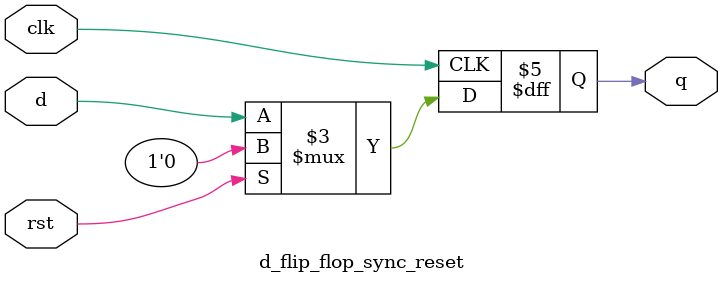
<source format=v>
module d_flip_flop_sync_reset (

    input wire clk,

    input wire rst, // Synchronous reset

    input wire d,

    output reg q

);



always @(posedge clk) begin

    if (rst) begin

        q <= 1'b0; // Reset Q to 0

    end else begin

        q <= d;    // Load data 'd' into Q on clock edge

    end

end



endmodule

</source>
